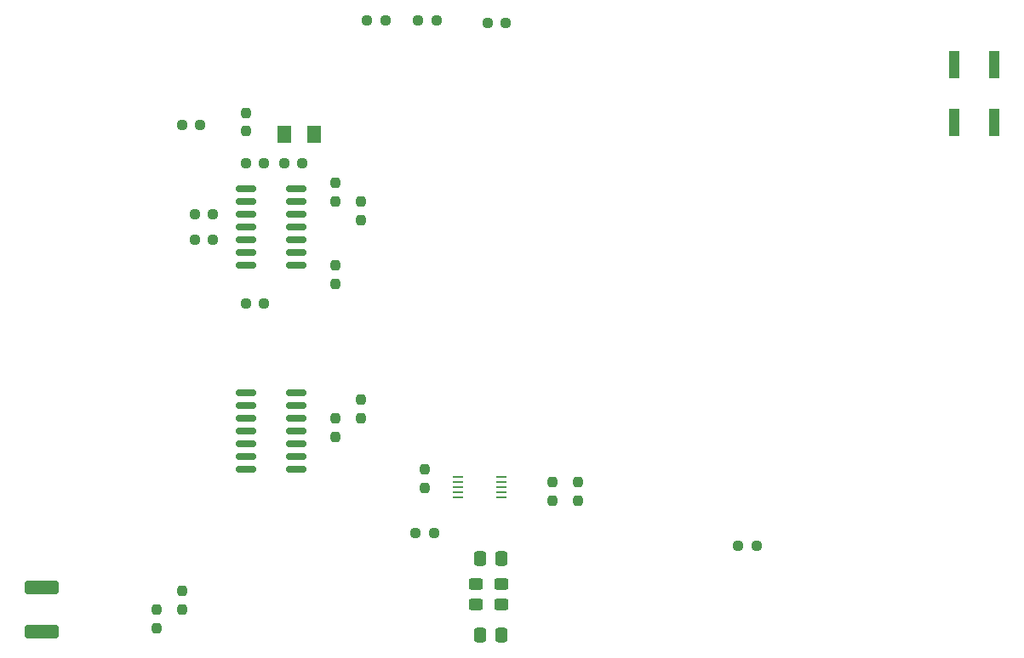
<source format=gtp>
G04 #@! TF.GenerationSoftware,KiCad,Pcbnew,8.0.3*
G04 #@! TF.CreationDate,2024-08-20T11:31:22+02:00*
G04 #@! TF.ProjectId,hydrocontroller_schematic,68796472-6f63-46f6-9e74-726f6c6c6572,rev?*
G04 #@! TF.SameCoordinates,Original*
G04 #@! TF.FileFunction,Paste,Top*
G04 #@! TF.FilePolarity,Positive*
%FSLAX46Y46*%
G04 Gerber Fmt 4.6, Leading zero omitted, Abs format (unit mm)*
G04 Created by KiCad (PCBNEW 8.0.3) date 2024-08-20 11:31:22*
%MOMM*%
%LPD*%
G01*
G04 APERTURE LIST*
G04 Aperture macros list*
%AMRoundRect*
0 Rectangle with rounded corners*
0 $1 Rounding radius*
0 $2 $3 $4 $5 $6 $7 $8 $9 X,Y pos of 4 corners*
0 Add a 4 corners polygon primitive as box body*
4,1,4,$2,$3,$4,$5,$6,$7,$8,$9,$2,$3,0*
0 Add four circle primitives for the rounded corners*
1,1,$1+$1,$2,$3*
1,1,$1+$1,$4,$5*
1,1,$1+$1,$6,$7*
1,1,$1+$1,$8,$9*
0 Add four rect primitives between the rounded corners*
20,1,$1+$1,$2,$3,$4,$5,0*
20,1,$1+$1,$4,$5,$6,$7,0*
20,1,$1+$1,$6,$7,$8,$9,0*
20,1,$1+$1,$8,$9,$2,$3,0*%
G04 Aperture macros list end*
%ADD10RoundRect,0.250001X0.462499X0.624999X-0.462499X0.624999X-0.462499X-0.624999X0.462499X-0.624999X0*%
%ADD11RoundRect,0.237500X-0.250000X-0.237500X0.250000X-0.237500X0.250000X0.237500X-0.250000X0.237500X0*%
%ADD12RoundRect,0.237500X-0.237500X0.250000X-0.237500X-0.250000X0.237500X-0.250000X0.237500X0.250000X0*%
%ADD13R,1.100000X0.250000*%
%ADD14RoundRect,0.237500X0.237500X-0.250000X0.237500X0.250000X-0.237500X0.250000X-0.237500X-0.250000X0*%
%ADD15RoundRect,0.237500X0.250000X0.237500X-0.250000X0.237500X-0.250000X-0.237500X0.250000X-0.237500X0*%
%ADD16R,1.000000X2.750000*%
%ADD17RoundRect,0.150000X-0.825000X-0.150000X0.825000X-0.150000X0.825000X0.150000X-0.825000X0.150000X0*%
%ADD18RoundRect,0.250000X0.337500X0.475000X-0.337500X0.475000X-0.337500X-0.475000X0.337500X-0.475000X0*%
%ADD19RoundRect,0.250000X-0.450000X0.325000X-0.450000X-0.325000X0.450000X-0.325000X0.450000X0.325000X0*%
%ADD20RoundRect,0.250000X1.450000X-0.400000X1.450000X0.400000X-1.450000X0.400000X-1.450000X-0.400000X0*%
G04 APERTURE END LIST*
D10*
X93780000Y-57198674D03*
X90805000Y-57198674D03*
D11*
X90805000Y-60053674D03*
X92630000Y-60053674D03*
D12*
X78105000Y-104503674D03*
X78105000Y-106328674D03*
D13*
X108095000Y-91303674D03*
X108095000Y-91803674D03*
X108095000Y-92303674D03*
X108095000Y-92803674D03*
X108095000Y-93303674D03*
X112395000Y-93303674D03*
X112395000Y-92803674D03*
X112395000Y-92303674D03*
X112395000Y-91803674D03*
X112395000Y-91303674D03*
D14*
X95885000Y-87278674D03*
X95885000Y-85453674D03*
D15*
X82470000Y-56243674D03*
X80645000Y-56243674D03*
D11*
X86995000Y-74023674D03*
X88820000Y-74023674D03*
D16*
X161480000Y-50213674D03*
X161480000Y-55963674D03*
X157480000Y-50213674D03*
X157480000Y-55963674D03*
D11*
X135970000Y-98153674D03*
X137795000Y-98153674D03*
X111045000Y-46124500D03*
X112870000Y-46124500D03*
D14*
X98425000Y-65688674D03*
X98425000Y-63863674D03*
D17*
X87060000Y-82913674D03*
X87060000Y-84183674D03*
X87060000Y-85453674D03*
X87060000Y-86723674D03*
X87060000Y-87993674D03*
X87060000Y-89263674D03*
X87060000Y-90533674D03*
X92010000Y-90533674D03*
X92010000Y-89263674D03*
X92010000Y-87993674D03*
X92010000Y-86723674D03*
X92010000Y-85453674D03*
X92010000Y-84183674D03*
X92010000Y-82913674D03*
D14*
X120015000Y-93628674D03*
X120015000Y-91803674D03*
X95885000Y-63863674D03*
X95885000Y-62038674D03*
D11*
X81915000Y-65133674D03*
X83740000Y-65133674D03*
X99060000Y-45847000D03*
X100885000Y-45847000D03*
X81915000Y-67673674D03*
X83740000Y-67673674D03*
D18*
X112395000Y-99423674D03*
X110320000Y-99423674D03*
D12*
X80645000Y-102678674D03*
X80645000Y-104503674D03*
D15*
X105965000Y-45847000D03*
X104140000Y-45847000D03*
D18*
X112395000Y-107043674D03*
X110320000Y-107043674D03*
D19*
X109855000Y-101963674D03*
X109855000Y-104013674D03*
D20*
X66675000Y-106728674D03*
X66675000Y-102278674D03*
D12*
X104775000Y-90533674D03*
X104775000Y-92358674D03*
X86995000Y-55016174D03*
X86995000Y-56841174D03*
D14*
X117475000Y-93628674D03*
X117475000Y-91803674D03*
X98425000Y-85453674D03*
X98425000Y-83628674D03*
D11*
X86995000Y-60053674D03*
X88820000Y-60053674D03*
D19*
X112395000Y-101963674D03*
X112395000Y-104013674D03*
D17*
X87060000Y-62593674D03*
X87060000Y-63863674D03*
X87060000Y-65133674D03*
X87060000Y-66403674D03*
X87060000Y-67673674D03*
X87060000Y-68943674D03*
X87060000Y-70213674D03*
X92010000Y-70213674D03*
X92010000Y-68943674D03*
X92010000Y-67673674D03*
X92010000Y-66403674D03*
X92010000Y-65133674D03*
X92010000Y-63863674D03*
X92010000Y-62593674D03*
D15*
X105687500Y-96883674D03*
X103862500Y-96883674D03*
D12*
X95885000Y-70213674D03*
X95885000Y-72038674D03*
M02*

</source>
